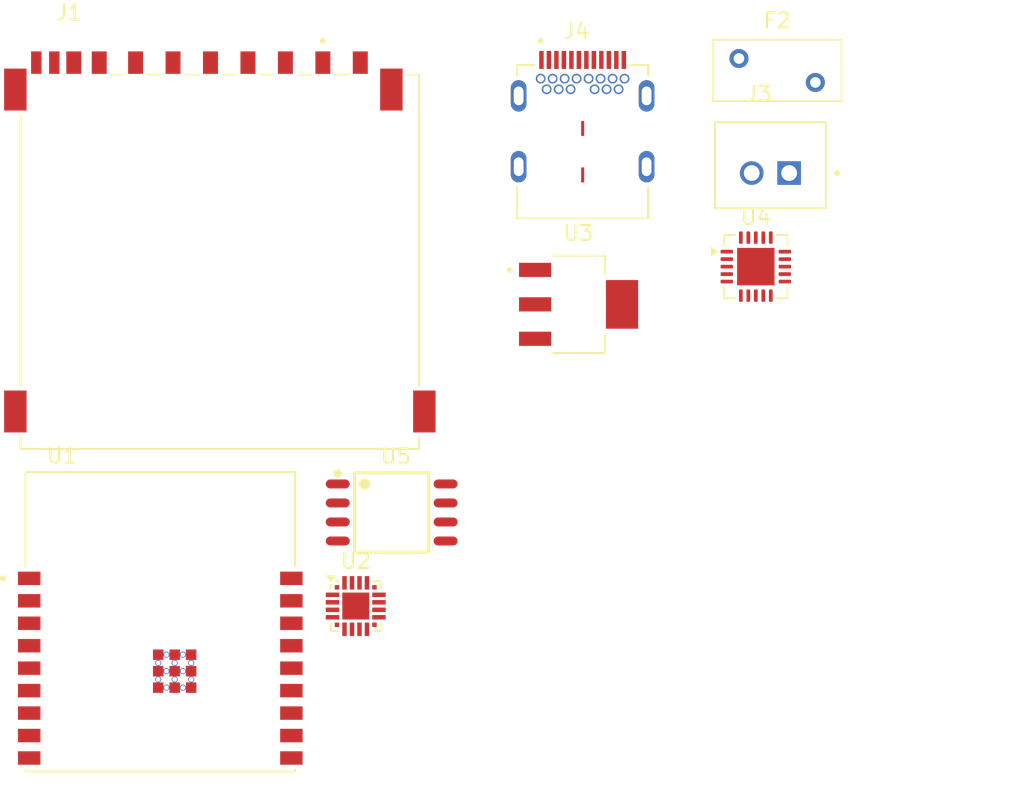
<source format=kicad_pcb>
(kicad_pcb (version 20241229) (generator "pcbnew") (generator_version "9.0")
  (layers (0 "F.Cu" signal) (2 "B.Cu" signal) (13 "F.Paste" user) (15 "B.Paste" user) (5 "F.SilkS" user "F.Silkscreen") (7 "B.SilkS" user "B.Silkscreen") (1 "F.Mask" user) (3 "B.Mask" user) (25 "Edge.Cuts" user))
  (net 0 "")
  (net 1 "/+5V_USB")
  (net 2 "/VBUS")
  (net 5 "SHIELD_GND")
  (net 15 "+BATT")
  (net 16 "GND")
  (net 19 "/USB_DN")
  (net 21 "/USB_DP")
  (net 26 "Net-(J4-CC2)")
  (net 28 "Net-(J4-CC1)")
  (net 57 "Net-(U2-GND-Pad12)")
  (net 68 "+3.3V")
  (net 69 "+5V")
  (net 70 "Net-(U4-PROG3)")
  (net 71 "Net-(U4-PROG1)")
  (net 72 "Net-(U4-~{TE})")
  (net 73 "Net-(D5-K)")
  (net 74 "Net-(D6-K)")
  (net 75 "Net-(D4-K)")
  (net 76 "Net-(U4-THERM)")
  (footprint "ESP32-C3-WROOM-02-H4:MODULE_ESP32-C3-WROOM-02-H4" (layer "F.Cu") (at 93.3125 80.22)
    (property "Reference" "U1" (at -6.575 -11.085 0) (layer "F.SilkS"))
    (property "Value" "ESP32-C3-WROOM-02-H4")
    (fp_line (start -9 -10) (end -9 -3.67) (stroke (width 0.127)) (layer "F.SilkS"))
    (fp_line (start -9 10) (end -9 9.87) (stroke (width 0.127)) (layer "F.SilkS"))
    (fp_line (start -9 10) (end 9 10) (stroke (width 0.127)) (layer "F.SilkS"))
    (fp_line (start 9 -10) (end -9 -10) (stroke (width 0.127)) (layer "F.SilkS"))
    (fp_line (start 9 -3.67) (end 9 -10) (stroke (width 0.127)) (layer "F.SilkS"))
    (fp_line (start 9 10) (end 9 9.87) (stroke (width 0.127)) (layer "F.SilkS"))
    (fp_circle (center -10.5 -2.9) (end -10.4 -2.9) (stroke (width 0.2)) (fill no) (layer "F.SilkS"))
    (pad "1" smd rect (at -8.75 -2.9) (size 1.5 0.9) (layers "F.Cu" "F.Mask" "F.Paste"))
    (pad "2" smd rect (at -8.75 -1.4) (size 1.5 0.9) (layers "F.Cu" "F.Mask" "F.Paste"))
    (pad "3" smd rect (at -8.75 0.1) (size 1.5 0.9) (layers "F.Cu" "F.Mask" "F.Paste"))
    (pad "4" smd rect (at -8.75 1.6) (size 1.5 0.9) (layers "F.Cu" "F.Mask" "F.Paste"))
    (pad "5" smd rect (at -8.75 3.1) (size 1.5 0.9) (layers "F.Cu" "F.Mask" "F.Paste"))
    (pad "6" smd rect (at -8.75 4.6) (size 1.5 0.9) (layers "F.Cu" "F.Mask" "F.Paste"))
    (pad "7" smd rect (at -8.75 6.1) (size 1.5 0.9) (layers "F.Cu" "F.Mask" "F.Paste"))
    (pad "8" smd rect (at -8.75 7.6) (size 1.5 0.9) (layers "F.Cu" "F.Mask" "F.Paste"))
    (pad "9" smd rect (at -8.75 9.1) (size 1.5 0.9) (layers "F.Cu" "F.Mask" "F.Paste") (net 16 "GND"))
    (pad "10" smd rect (at 8.75 9.1) (size 1.5 0.9) (layers "F.Cu" "F.Mask" "F.Paste"))
    (pad "11" smd rect (at 8.75 7.6) (size 1.5 0.9) (layers "F.Cu" "F.Mask" "F.Paste"))
    (pad "12" smd rect (at 8.75 6.1) (size 1.5 0.9) (layers "F.Cu" "F.Mask" "F.Paste"))
    (pad "13" smd rect (at 8.75 4.6) (size 1.5 0.9) (layers "F.Cu" "F.Mask" "F.Paste"))
    (pad "14" smd rect (at 8.75 3.1) (size 1.5 0.9) (layers "F.Cu" "F.Mask" "F.Paste"))
    (pad "15" smd rect (at 8.75 1.6) (size 1.5 0.9) (layers "F.Cu" "F.Mask" "F.Paste"))
    (pad "16" smd rect (at 8.75 0.1) (size 1.5 0.9) (layers "F.Cu" "F.Mask" "F.Paste"))
    (pad "17" smd rect (at 8.75 -1.4) (size 1.5 0.9) (layers "F.Cu" "F.Mask" "F.Paste"))
    (pad "18" smd rect (at 8.75 -2.9) (size 1.5 0.9) (layers "F.Cu" "F.Mask" "F.Paste"))
    (pad "19" smd rect (at -0.14 2.2) (size 0.7 0.7) (layers "F.Cu" "F.Mask" "F.Paste") (net 16 "GND"))
    (pad "20" smd rect (at 0.96 2.2) (size 0.7 0.7) (layers "F.Cu" "F.Mask" "F.Paste") (net 16 "GND"))
    (pad "21" smd rect (at 2.06 2.2) (size 0.7 0.7) (layers "F.Cu" "F.Mask" "F.Paste") (net 16 "GND"))
    (pad "22" smd rect (at -0.14 3.3) (size 0.7 0.7) (layers "F.Cu" "F.Mask" "F.Paste") (net 16 "GND"))
    (pad "23" smd rect (at 0.96 3.3) (size 0.7 0.7) (layers "F.Cu" "F.Mask" "F.Paste") (net 16 "GND"))
    (pad "24" smd rect (at 2.06 3.3) (size 0.7 0.7) (layers "F.Cu" "F.Mask" "F.Paste") (net 16 "GND"))
    (pad "25" smd rect (at -0.14 4.4) (size 0.7 0.7) (layers "F.Cu" "F.Mask" "F.Paste") (net 16 "GND"))
    (pad "26" smd rect (at 0.96 4.4) (size 0.7 0.7) (layers "F.Cu" "F.Mask" "F.Paste") (net 16 "GND"))
    (pad "27" smd rect (at 2.06 4.4) (size 0.7 0.7) (layers "F.Cu" "F.Mask" "F.Paste") (net 16 "GND"))
    (pad "28" thru_hole circle (at 0.41 2.2) (size 0.4 0.4) (drill 0.3) (layers "*.Cu") (net 16 "GND"))
    (pad "29" thru_hole circle (at 1.51 2.2) (size 0.4 0.4) (drill 0.3) (layers "*.Cu") (net 16 "GND"))
    (pad "30" thru_hole circle (at -0.14 2.75) (size 0.4 0.4) (drill 0.3) (layers "*.Cu") (net 16 "GND"))
    (pad "31" thru_hole circle (at 0.96 2.75) (size 0.4 0.4) (drill 0.3) (layers "*.Cu") (net 16 "GND"))
    (pad "32" thru_hole circle (at 2.06 2.75) (size 0.4 0.4) (drill 0.3) (layers "*.Cu") (net 16 "GND"))
    (pad "33" thru_hole circle (at 0.41 3.3) (size 0.4 0.4) (drill 0.3) (layers "*.Cu") (net 16 "GND"))
    (pad "34" thru_hole circle (at 1.51 3.3) (size 0.4 0.4) (drill 0.3) (layers "*.Cu") (net 16 "GND"))
    (pad "35" thru_hole circle (at -0.14 3.85) (size 0.4 0.4) (drill 0.3) (layers "*.Cu") (net 16 "GND"))
    (pad "36" thru_hole circle (at 0.96 3.85) (size 0.4 0.4) (drill 0.3) (layers "*.Cu") (net 16 "GND"))
    (pad "37" thru_hole circle (at 2.06 3.85) (size 0.4 0.4) (drill 0.3) (layers "*.Cu") (net 16 "GND"))
    (pad "38" thru_hole circle (at 0.41 4.4) (size 0.4 0.4) (drill 0.3) (layers "*.Cu") (net 16 "GND"))
    (pad "39" thru_hole circle (at 1.51 4.4) (size 0.4 0.4) (drill 0.3) (layers "*.Cu") (net 16 "GND"))
  )
  (footprint "Package_DFN_QFN:SiliconLabs_QFN-20-1EP_3x3mm_P0.5mm_EP1.8x1.8mm" (layer "F.Cu") (at 106.3575 79.17)
    (property "Reference" "U2" (at 0 -3 0) (layer "F.SilkS"))
    (property "Value" "CP2102N-Axx-xQFN20")
    (fp_line (start -1.66 -1.16) (end -1.66 -1.41) (stroke (width 0.12)) (layer "F.SilkS"))
    (fp_line (start -1.66 1.66) (end -1.66 1.16) (stroke (width 0.12)) (layer "F.SilkS"))
    (fp_line (start -1.16 -1.66) (end -1.36 -1.66) (stroke (width 0.12)) (layer "F.SilkS"))
    (fp_line (start -1.16 1.66) (end -1.66 1.66) (stroke (width 0.12)) (layer "F.SilkS"))
    (fp_line (start 1.16 -1.66) (end 1.66 -1.66) (stroke (width 0.12)) (layer "F.SilkS"))
    (fp_line (start 1.16 1.66) (end 1.66 1.66) (stroke (width 0.12)) (layer "F.SilkS"))
    (fp_line (start 1.66 -1.66) (end 1.66 -1.16) (stroke (width 0.12)) (layer "F.SilkS"))
    (fp_line (start 1.66 1.66) (end 1.66 1.16) (stroke (width 0.12)) (layer "F.SilkS"))
    (fp_poly (pts (xy -1.66 -1.66) (xy -1.9 -1.99) (xy -1.42 -1.99) (xy -1.66 -1.66)) (stroke (width 0.12)) (fill yes) (layer "F.SilkS"))
    (pad "1" smd rect (at -1.25 -1.25) (size 0.3 0.3) (layers "F.Cu" "F.Mask" "F.Paste"))
    (pad "2" smd rect (at -1.55 -0.75) (size 0.9 0.3) (layers "F.Cu" "F.Mask" "F.Paste"))
    (pad "3" smd rect (at -1.55 -0.25) (size 0.9 0.3) (layers "F.Cu" "F.Mask" "F.Paste") (net 57 "Net-(U2-GND-Pad12)"))
    (pad "4" smd rect (at -1.55 0.25) (size 0.9 0.3) (layers "F.Cu" "F.Mask" "F.Paste"))
    (pad "5" smd rect (at -1.55 0.75) (size 0.9 0.3) (layers "F.Cu" "F.Mask" "F.Paste"))
    (pad "6" smd rect (at -1.25 1.25) (size 0.3 0.3) (layers "F.Cu" "F.Mask" "F.Paste"))
    (pad "7" smd rect (at -0.75 1.55 90) (size 0.9 0.3) (layers "F.Cu" "F.Mask" "F.Paste"))
    (pad "8" smd rect (at -0.25 1.55 90) (size 0.9 0.3) (layers "F.Cu" "F.Mask" "F.Paste"))
    (pad "9" smd rect (at 0.25 1.55 90) (size 0.9 0.3) (layers "F.Cu" "F.Mask" "F.Paste"))
    (pad "10" smd rect (at 0.75 1.55 90) (size 0.9 0.3) (layers "F.Cu" "F.Mask" "F.Paste"))
    (pad "11" smd rect (at 1.25 1.25) (size 0.3 0.3) (layers "F.Cu" "F.Mask" "F.Paste"))
    (pad "12" smd rect (at 1.55 0.75) (size 0.9 0.3) (layers "F.Cu" "F.Mask" "F.Paste") (net 57 "Net-(U2-GND-Pad12)"))
    (pad "13" smd rect (at 1.55 0.25) (size 0.9 0.3) (layers "F.Cu" "F.Mask" "F.Paste"))
    (pad "14" smd rect (at 1.55 -0.25) (size 0.9 0.3) (layers "F.Cu" "F.Mask" "F.Paste"))
    (pad "15" smd rect (at 1.55 -0.75) (size 0.9 0.3) (layers "F.Cu" "F.Mask" "F.Paste"))
    (pad "16" smd rect (at 1.25 -1.25) (size 0.3 0.3) (layers "F.Cu" "F.Mask" "F.Paste"))
    (pad "17" smd rect (at 0.75 -1.55 90) (size 0.9 0.3) (layers "F.Cu" "F.Mask" "F.Paste"))
    (pad "18" smd rect (at 0.25 -1.55 90) (size 0.9 0.3) (layers "F.Cu" "F.Mask" "F.Paste"))
    (pad "19" smd rect (at -0.25 -1.55 90) (size 0.9 0.3) (layers "F.Cu" "F.Mask" "F.Paste"))
    (pad "20" smd rect (at -0.75 -1.55 90) (size 0.9 0.3) (layers "F.Cu" "F.Mask" "F.Paste"))
    (pad "21" smd rect (at 0 0) (size 1.8 1.8) (layers "F.Cu" "F.Mask") (net 57 "Net-(U2-GND-Pad12)"))
  )
  (footprint "GSD090012SEU:AMPHENOL_GSD090012SEU" (layer "F.Cu") (at 97.2875 56.175)
    (property "Reference" "J1" (at -10.075 -16.635 0) (layer "F.SilkS"))
    (property "Value" "GSD090012SEU")
    (fp_line (start -13.3 -9.78) (end -13.3 8.28) (stroke (width 0.127)) (layer "F.SilkS"))
    (fp_line (start -13.3 12.5) (end -13.3 11.72) (stroke (width 0.127)) (layer "F.SilkS"))
    (fp_line (start -7.23 -12.5) (end -6.445 -12.5) (stroke (width 0.127)) (layer "F.SilkS"))
    (fp_line (start -4.805 -12.5) (end -3.945 -12.5) (stroke (width 0.127)) (layer "F.SilkS"))
    (fp_line (start -2.305 -12.5) (end -1.445 -12.5) (stroke (width 0.127)) (layer "F.SilkS"))
    (fp_line (start 0.195 -12.5) (end 1.055 -12.5) (stroke (width 0.127)) (layer "F.SilkS"))
    (fp_line (start 2.695 -12.5) (end 3.555 -12.5) (stroke (width 0.127)) (layer "F.SilkS"))
    (fp_line (start 5.195 -12.5) (end 6.055 -12.5) (stroke (width 0.127)) (layer "F.SilkS"))
    (fp_line (start 7.695 -12.5) (end 8.555 -12.5) (stroke (width 0.127)) (layer "F.SilkS"))
    (fp_line (start 12.52 -12.5) (end 13.3 -12.5) (stroke (width 0.127)) (layer "F.SilkS"))
    (fp_line (start 13.3 -12.5) (end 13.3 8.28) (stroke (width 0.127)) (layer "F.SilkS"))
    (fp_line (start 13.3 12.5) (end -13.3 12.5) (stroke (width 0.127)) (layer "F.SilkS"))
    (fp_line (start 13.3 12.5) (end 13.3 11.72) (stroke (width 0.127)) (layer "F.SilkS"))
    (fp_circle (center 6.875 -14.75) (end 6.975 -14.75) (stroke (width 0.2)) (fill no) (layer "F.SilkS"))
    (pad "" np_thru_hole circle (at -11.5 -10.5) (size 1.15 1.15) (drill 1.15) (layers "*.Cu" "*.Mask"))
    (pad "" np_thru_hole circle (at 9.5 -10.5) (size 1.65 1.65) (drill 1.65) (layers "*.Cu" "*.Mask"))
    (pad "1" smd rect (at 6.875 -13.3) (size 1 1.5) (layers "F.Cu" "F.Mask" "F.Paste"))
    (pad "2" smd rect (at 4.375 -13.3) (size 1 1.5) (layers "F.Cu" "F.Mask" "F.Paste"))
    (pad "3" smd rect (at 1.875 -13.3) (size 1 1.5) (layers "F.Cu" "F.Mask" "F.Paste"))
    (pad "4" smd rect (at -0.625 -13.3) (size 1 1.5) (layers "F.Cu" "F.Mask" "F.Paste"))
    (pad "5" smd rect (at -3.125 -13.3) (size 1 1.5) (layers "F.Cu" "F.Mask" "F.Paste"))
    (pad "6" smd rect (at -5.625 -13.3) (size 1 1.5) (layers "F.Cu" "F.Mask" "F.Paste"))
    (pad "7" smd rect (at -8.05 -13.3) (size 1 1.5) (layers "F.Cu" "F.Mask" "F.Paste"))
    (pad "8" smd rect (at -9.75 -13.3) (size 1 1.5) (layers "F.Cu" "F.Mask" "F.Paste"))
    (pad "9" smd rect (at 9.375 -13.3) (size 1 1.5) (layers "F.Cu" "F.Mask" "F.Paste"))
    (pad "CD_IND" smd rect (at -11.05 -13.3) (size 0.7 1.5) (layers "F.Cu" "F.Mask" "F.Paste"))
    (pad "G1" smd rect (at -13.65 -11.5) (size 1.5 2.8) (layers "F.Cu" "F.Mask" "F.Paste") (net 5 "SHIELD_GND"))
    (pad "G2" smd rect (at 11.45 -11.5) (size 1.5 2.8) (layers "F.Cu" "F.Mask" "F.Paste") (net 5 "SHIELD_GND"))
    (pad "G3" smd rect (at 13.65 10) (size 1.5 2.8) (layers "F.Cu" "F.Mask" "F.Paste") (net 5 "SHIELD_GND"))
    (pad "G4" smd rect (at -13.65 10) (size 1.5 2.8) (layers "F.Cu" "F.Mask" "F.Paste") (net 5 "SHIELD_GND"))
    (pad "WP" smd rect (at -12.25 -13.3) (size 0.7 1.5) (layers "F.Cu" "F.Mask" "F.Paste"))
  )
  (footprint "LM1117-3V3:VREG_LM1117MPX-3.3_NOPB" (layer "F.Cu") (at 121.2325 59.02)
    (property "Reference" "U3" (at -0.025 -4.754 0) (layer "F.SilkS"))
    (property "Value" "LM1117MPX-3.3_NOPB")
    (fp_line (start -1.75 -3.25) (end 1.75 -3.25) (stroke (width 0.127)) (layer "F.SilkS"))
    (fp_line (start -1.75 3.25) (end 1.75 3.25) (stroke (width 0.127)) (layer "F.SilkS"))
    (fp_line (start 1.75 -3.25) (end 1.75 -2.01) (stroke (width 0.127)) (layer "F.SilkS"))
    (fp_line (start 1.75 3.25) (end 1.75 2.01) (stroke (width 0.127)) (layer "F.SilkS"))
    (fp_circle (center -4.6 -2.3) (end -4.5 -2.3) (stroke (width 0.2)) (fill no) (layer "F.SilkS"))
    (pad "1" smd rect (at -2.9 -2.3) (size 2.15 0.95) (layers "F.Cu" "F.Mask" "F.Paste") (net 16 "GND"))
    (pad "2" smd rect (at -2.9 0) (size 2.15 0.95) (layers "F.Cu" "F.Mask" "F.Paste") (net 68 "+3.3V"))
    (pad "3" smd rect (at -2.9 2.3) (size 2.15 0.95) (layers "F.Cu" "F.Mask" "F.Paste") (net 69 "+5V"))
    (pad "4" smd rect (at 2.9 0) (size 2.15 3.25) (layers "F.Cu" "F.Mask" "F.Paste"))
  )
  (footprint "SS-52400-002:BELFUSE_SS-52400-002" (layer "F.Cu") (at 121.5025 49.825)
    (property "Reference" "J4" (at -0.425 -9.035 0) (layer "F.SilkS"))
    (property "Value" "SS-52400-002")
    (fp_line (start -4.37 -6.8) (end -4.37 -6.1) (stroke (width 0.127)) (layer "F.SilkS"))
    (fp_line (start -4.37 1.37) (end -4.37 3.45) (stroke (width 0.127)) (layer "F.SilkS"))
    (fp_line (start -4.37 3.45) (end 4.37 3.45) (stroke (width 0.127)) (layer "F.SilkS"))
    (fp_line (start -3.22 -6.8) (end -4.37 -6.8) (stroke (width 0.127)) (layer "F.SilkS"))
    (fp_line (start 3.22 -6.8) (end 4.37 -6.8) (stroke (width 0.127)) (layer "F.SilkS"))
    (fp_line (start 4.37 -6.8) (end 4.37 -6.1) (stroke (width 0.127)) (layer "F.SilkS"))
    (fp_line (start 4.37 3.45) (end 4.37 1.37) (stroke (width 0.127)) (layer "F.SilkS"))
    (fp_circle (center -2.8 -8.4) (end -2.7 -8.4) (stroke (width 0.2)) (fill no) (layer "F.SilkS"))
    (pad "A1" smd rect (at -2.75 -7.13) (size 0.3 1.2) (layers "F.Cu" "F.Mask" "F.Paste") (net 16 "GND"))
    (pad "A2" smd rect (at -2.25 -7.13) (size 0.3 1.2) (layers "F.Cu" "F.Mask" "F.Paste"))
    (pad "A3" smd rect (at -1.75 -7.13) (size 0.3 1.2) (layers "F.Cu" "F.Mask" "F.Paste"))
    (pad "A4" smd rect (at -1.25 -7.13) (size 0.3 1.2) (layers "F.Cu" "F.Mask" "F.Paste") (net 2 "/VBUS"))
    (pad "A5" smd rect (at -0.75 -7.13) (size 0.3 1.2) (layers "F.Cu" "F.Mask" "F.Paste") (net 28 "Net-(J4-CC1)"))
    (pad "A6" smd rect (at -0.25 -7.13) (size 0.3 1.2) (layers "F.Cu" "F.Mask" "F.Paste") (net 21 "/USB_DP"))
    (pad "A7" smd rect (at 0.25 -7.13) (size 0.3 1.2) (layers "F.Cu" "F.Mask" "F.Paste") (net 19 "/USB_DN"))
    (pad "A8" smd rect (at 0.75 -7.13) (size 0.3 1.2) (layers "F.Cu" "F.Mask" "F.Paste"))
    (pad "A9" smd rect (at 1.25 -7.13) (size 0.3 1.2) (layers "F.Cu" "F.Mask" "F.Paste") (net 2 "/VBUS"))
    (pad "A10" smd rect (at 1.75 -7.13) (size 0.3 1.2) (layers "F.Cu" "F.Mask" "F.Paste"))
    (pad "A11" smd rect (at 2.25 -7.13) (size 0.3 1.2) (layers "F.Cu" "F.Mask" "F.Paste"))
    (pad "A12" smd rect (at 2.75 -7.13) (size 0.3 1.2) (layers "F.Cu" "F.Mask" "F.Paste") (net 16 "GND"))
    (pad "B1" thru_hole circle (at 2.8 -5.88) (size 0.65 0.65) (drill 0.45) (layers "*.Cu" "*.Mask") (net 16 "GND"))
    (pad "B2" thru_hole circle (at 2.4 -5.17) (size 0.65 0.65) (drill 0.45) (layers "*.Cu" "*.Mask"))
    (pad "B3" thru_hole circle (at 1.6 -5.17) (size 0.65 0.65) (drill 0.45) (layers "*.Cu" "*.Mask"))
    (pad "B4" thru_hole circle (at 1.2 -5.88) (size 0.65 0.65) (drill 0.45) (layers "*.Cu" "*.Mask") (net 2 "/VBUS"))
    (pad "B5" thru_hole circle (at 0.8 -5.17) (size 0.65 0.65) (drill 0.45) (layers "*.Cu" "*.Mask") (net 26 "Net-(J4-CC2)"))
    (pad "B6" thru_hole circle (at 0.4 -5.88) (size 0.65 0.65) (drill 0.45) (layers "*.Cu" "*.Mask") (net 21 "/USB_DP"))
    (pad "B7" thru_hole circle (at -0.4 -5.88) (size 0.65 0.65) (drill 0.45) (layers "*.Cu" "*.Mask") (net 19 "/USB_DN"))
    (pad "B8" thru_hole circle (at -0.8 -5.17) (size 0.65 0.65) (drill 0.45) (layers "*.Cu" "*.Mask"))
    (pad "B9" thru_hole circle (at -1.2 -5.88) (size 0.65 0.65) (drill 0.45) (layers "*.Cu" "*.Mask") (net 2 "/VBUS"))
    (pad "B10" thru_hole circle (at -1.6 -5.17) (size 0.65 0.65) (drill 0.45) (layers "*.Cu" "*.Mask"))
    (pad "B11" thru_hole circle (at -2.4 -5.17) (size 0.65 0.65) (drill 0.45) (layers "*.Cu" "*.Mask"))
    (pad "B12" thru_hole circle (at -2.8 -5.88) (size 0.65 0.65) (drill 0.45) (layers "*.Cu" "*.Mask") (net 16 "GND"))
    (pad "G1" thru_hole circle (at 2 -5.88) (size 0.65 0.65) (drill 0.45) (layers "*.Cu" "*.Mask") (net 16 "GND"))
    (pad "G2" thru_hole circle (at -2 -5.88) (size 0.65 0.65) (drill 0.45) (layers "*.Cu" "*.Mask") (net 16 "GND"))
    (pad "G3" smd rect (at 0 -2.55) (size 0.2 1) (layers "F.Cu" "F.Mask" "F.Paste") (net 16 "GND"))
    (pad "G4" smd rect (at 0 0.55) (size 0.2 1) (layers "F.Cu" "F.Mask" "F.Paste") (net 16 "GND"))
    (pad "S1" thru_hole oval (at -4.27 -4.73) (size 1.05 2.1) (drill oval 0.65 1.25) (layers "*.Cu" "*.Mask") (net 16 "GND"))
    (pad "S2" thru_hole oval (at 4.27 -4.73) (size 1.05 2.1) (drill oval 0.65 1.25) (layers "*.Cu" "*.Mask") (net 16 "GND"))
    (pad "S3" thru_hole oval (at -4.27 0) (size 1.05 2.1) (drill oval 0.65 1.25) (layers "*.Cu" "*.Mask") (net 16 "GND"))
    (pad "S4" thru_hole oval (at 4.27 0) (size 1.05 2.1) (drill oval 0.65 1.25) (layers "*.Cu" "*.Mask") (net 16 "GND"))
  )
  (footprint "B2B-XH-A__LF__SN_:JST_B2B-XH-A__LF__SN_" (layer "F.Cu") (at 134.0375 49.725)
    (property "Reference" "J3" (at -0.775 -4.76 0) (layer "F.SilkS"))
    (property "Value" "JST_2Pin_Connector")
    (fp_line (start -3.7 -2.875) (end 3.7 -2.875) (stroke (width 0.127)) (layer "F.SilkS"))
    (fp_line (start -3.7 2.875) (end -3.7 -2.875) (stroke (width 0.127)) (layer "F.SilkS"))
    (fp_line (start 3.7 -2.875) (end 3.7 2.875) (stroke (width 0.127)) (layer "F.SilkS"))
    (fp_line (start 3.7 2.875) (end -3.7 2.875) (stroke (width 0.127)) (layer "F.SilkS"))
    (fp_circle (center 4.44 0.525) (end 4.54 0.525) (stroke (width 0.2)) (fill no) (layer "F.SilkS"))
    (pad "1" thru_hole rect (at 1.25 0.525) (size 1.575 1.575) (drill 1.05) (layers "*.Cu" "*.Mask") (net 16 "GND"))
    (pad "2" thru_hole circle (at -1.25 0.525) (size 1.575 1.575) (drill 1.05) (layers "*.Cu" "*.Mask") (net 15 "+BATT"))
  )
  (footprint "Package_DFN_QFN:QFN-20-1EP_4x4mm_P0.5mm_EP2.5x2.5mm" (layer "F.Cu") (at 133.0625 56.5)
    (property "Reference" "U4" (at 0 -3.3 0) (layer "F.SilkS"))
    (property "Value" "MCP73871")
    (fp_line (start -2.11 -2.11) (end -1.385 -2.11) (stroke (width 0.12)) (layer "F.SilkS"))
    (fp_line (start -2.11 -1.385) (end -2.11 -2.11) (stroke (width 0.12)) (layer "F.SilkS"))
    (fp_line (start -2.11 2.11) (end -2.11 1.385) (stroke (width 0.12)) (layer "F.SilkS"))
    (fp_line (start -1.385 2.11) (end -2.11 2.11) (stroke (width 0.12)) (layer "F.SilkS"))
    (fp_line (start 1.385 -2.11) (end 2.11 -2.11) (stroke (width 0.12)) (layer "F.SilkS"))
    (fp_line (start 2.11 -2.11) (end 2.11 -1.385) (stroke (width 0.12)) (layer "F.SilkS"))
    (fp_line (start 2.11 1.385) (end 2.11 2.11) (stroke (width 0.12)) (layer "F.SilkS"))
    (fp_line (start 2.11 2.11) (end 1.385 2.11) (stroke (width 0.12)) (layer "F.SilkS"))
    (fp_poly (pts (xy -2.61 -1) (xy -2.94 -0.76) (xy -2.94 -1.24)) (stroke (width 0.12)) (fill yes) (layer "F.SilkS"))
    (pad "1" smd roundrect (at -1.9375 -1) (size 0.825 0.25) (layers "F.Cu" "F.Mask" "F.Paste") (net 69 "+5V"))
    (pad "2" smd roundrect (at -1.9375 -0.5) (size 0.825 0.25) (layers "F.Cu" "F.Mask" "F.Paste") (net 1 "/+5V_USB"))
    (pad "3" smd roundrect (at -1.9375 0) (size 0.825 0.25) (layers "F.Cu" "F.Mask" "F.Paste") (net 1 "/+5V_USB"))
    (pad "4" smd roundrect (at -1.9375 0.5) (size 0.825 0.25) (layers "F.Cu" "F.Mask" "F.Paste") (net 1 "/+5V_USB"))
    (pad "5" smd roundrect (at -1.9375 1) (size 0.825 0.25) (layers "F.Cu" "F.Mask" "F.Paste") (net 76 "Net-(U4-THERM)"))
    (pad "6" smd roundrect (at -1 1.9375) (size 0.25 0.825) (layers "F.Cu" "F.Mask" "F.Paste") (net 75 "Net-(D4-K)"))
    (pad "7" smd roundrect (at -0.5 1.9375) (size 0.25 0.825) (layers "F.Cu" "F.Mask" "F.Paste") (net 74 "Net-(D6-K)"))
    (pad "8" smd roundrect (at 0 1.9375) (size 0.25 0.825) (layers "F.Cu" "F.Mask" "F.Paste") (net 73 "Net-(D5-K)"))
    (pad "9" smd roundrect (at 0.5 1.9375) (size 0.25 0.825) (layers "F.Cu" "F.Mask" "F.Paste") (net 72 "Net-(U4-~{TE})"))
    (pad "10" smd roundrect (at 1 1.9375) (size 0.25 0.825) (layers "F.Cu" "F.Mask" "F.Paste") (net 16 "GND"))
    (pad "11" smd roundrect (at 1.9375 1) (size 0.825 0.25) (layers "F.Cu" "F.Mask" "F.Paste") (net 16 "GND"))
    (pad "12" smd roundrect (at 1.9375 0.5) (size 0.825 0.25) (layers "F.Cu" "F.Mask" "F.Paste") (net 70 "Net-(U4-PROG3)"))
    (pad "13" smd roundrect (at 1.9375 0) (size 0.825 0.25) (layers "F.Cu" "F.Mask" "F.Paste") (net 71 "Net-(U4-PROG1)"))
    (pad "14" smd roundrect (at 1.9375 -0.5) (size 0.825 0.25) (layers "F.Cu" "F.Mask" "F.Paste") (net 15 "+BATT"))
    (pad "15" smd roundrect (at 1.9375 -1) (size 0.825 0.25) (layers "F.Cu" "F.Mask" "F.Paste") (net 15 "+BATT"))
    (pad "16" smd roundrect (at 1 -1.9375) (size 0.25 0.825) (layers "F.Cu" "F.Mask" "F.Paste") (net 15 "+BATT"))
    (pad "17" smd roundrect (at 0.5 -1.9375) (size 0.25 0.825) (layers "F.Cu" "F.Mask" "F.Paste") (net 1 "/+5V_USB"))
    (pad "18" smd roundrect (at 0 -1.9375) (size 0.25 0.825) (layers "F.Cu" "F.Mask" "F.Paste") (net 1 "/+5V_USB"))
    (pad "19" smd roundrect (at -0.5 -1.9375) (size 0.25 0.825) (layers "F.Cu" "F.Mask" "F.Paste") (net 1 "/+5V_USB"))
    (pad "20" smd roundrect (at -1 -1.9375) (size 0.25 0.825) (layers "F.Cu" "F.Mask" "F.Paste") (net 69 "+5V"))
    (pad "21" smd rect (at 0 0) (size 2.5 2.5) (property pad_prop_heatsink) (layers "F.Cu" "F.Mask") (net 16 "GND"))
  )
  (footprint "Fuse:Fuse_BelFuse_0ZRE0005FF_L8.3mm_W3.8mm" (layer "F.Cu") (at 131.9375 42.6)
    (property "Reference" "F2" (at 2.54 -2.54 0) (layer "F.SilkS"))
    (property "Value" "Fuse")
    (fp_line (start -1.75 -1.25) (end -1.75 2.85) (stroke (width 0.12)) (layer "F.SilkS"))
    (fp_line (start -1.75 -1.25) (end 6.85 -1.25) (stroke (width 0.12)) (layer "F.SilkS"))
    (fp_line (start -1.75 2.85) (end 6.85 2.85) (stroke (width 0.12)) (layer "F.SilkS"))
    (fp_line (start 6.85 -1.25) (end 6.85 2.85) (stroke (width 0.12)) (layer "F.SilkS"))
    (pad "1" thru_hole circle (at 0 0) (size 1.27 1.27) (drill 0.71) (layers "*.Cu" "*.Mask") (net 2 "/VBUS"))
    (pad "2" thru_hole circle (at 5.1 1.6) (size 1.27 1.27) (drill 0.71) (layers "*.Cu" "*.Mask") (net 1 "/+5V_USB"))
  )
  (footprint "W25Q32JVSSIQ:SOIC127P790X216-8N" (layer "F.Cu") (at 108.7575 72.92)
    (property "Reference" "U5" (at 0.27531 -3.73917 0) (layer "F.SilkS") (effects (font (size 1.001118 1.001118))))
    (property "Value" "W25Q32JVSSIQ")
    (fp_line (start -2.475 -2.65) (end 2.475 -2.65) (stroke (width 0.2)) (layer "F.SilkS"))
    (fp_line (start -2.475 2.65) (end -2.475 -2.65) (stroke (width 0.2)) (layer "F.SilkS"))
    (fp_line (start 2.475 -2.65) (end 2.475 2.65) (stroke (width 0.2)) (layer "F.SilkS"))
    (fp_line (start 2.475 2.65) (end -2.475 2.65) (stroke (width 0.2)) (layer "F.SilkS"))
    (fp_circle (center -3.6 -2.6) (end -3.5 -2.6) (stroke (width 0.127)) (fill no) (layer "F.SilkS"))
    (fp_circle (center -3.6 -2.6) (end -3.376394 -2.6) (stroke (width 0.127)) (fill no) (layer "F.SilkS"))
    (fp_circle (center -3.5 -2.6) (end -3.4 -2.6) (stroke (width 0.127)) (fill no) (layer "F.SilkS"))
    (fp_circle (center -1.8 -1.9) (end -1.7 -1.9) (stroke (width 0.127)) (fill no) (layer "F.SilkS"))
    (fp_circle (center -1.8 -1.9) (end -1.658581 -1.9) (stroke (width 0.127)) (fill no) (layer "F.SilkS"))
    (fp_circle (center -1.8 -1.9) (end -1.576394 -1.9) (stroke (width 0.127)) (fill no) (layer "F.SilkS"))
    (fp_circle (center -1.8 -1.9) (end -1.483775 -1.9) (stroke (width 0.127)) (fill no) (layer "F.SilkS"))
    (fp_circle (center -1.8 -1.8) (end -1.7 -1.8) (stroke (width 0.127)) (fill no) (layer "F.SilkS"))
    (pad "1" smd oval (at -3.6 -1.905) (size 1.6 0.6) (layers "F.Cu" "F.Mask" "F.Paste"))
    (pad "2" smd oval (at -3.6 -0.635) (size 1.6 0.6) (layers "F.Cu" "F.Mask" "F.Paste"))
    (pad "3" smd oval (at -3.6 0.635) (size 1.6 0.6) (layers "F.Cu" "F.Mask" "F.Paste"))
    (pad "4" smd oval (at -3.6 1.905) (size 1.6 0.6) (layers "F.Cu" "F.Mask" "F.Paste"))
    (pad "5" smd oval (at 3.6 1.905) (size 1.6 0.6) (layers "F.Cu" "F.Mask" "F.Paste"))
    (pad "6" smd oval (at 3.6 0.635) (size 1.6 0.6) (layers "F.Cu" "F.Mask" "F.Paste"))
    (pad "7" smd oval (at 3.6 -0.635) (size 1.6 0.6) (layers "F.Cu" "F.Mask" "F.Paste"))
    (pad "8" smd oval (at 3.6 -1.905) (size 1.6 0.6) (layers "F.Cu" "F.Mask" "F.Paste"))
  )
)
</source>
